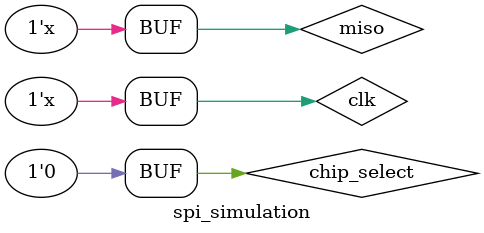
<source format=sv>
`timescale 1ns / 1ps


module spi_simulation#(parameter num_bit = 8)();
wire mosi;
reg clk = 0;
reg chip_select = 0;
reg miso = 0;
    spi_master test(
        .chip_select(chip_select),
        .clk(clk),
        .mosi(mosi),
        .miso(miso)
    );
    always#5 clk <= !clk;
    always#5 miso <= !miso;
endmodule


</source>
